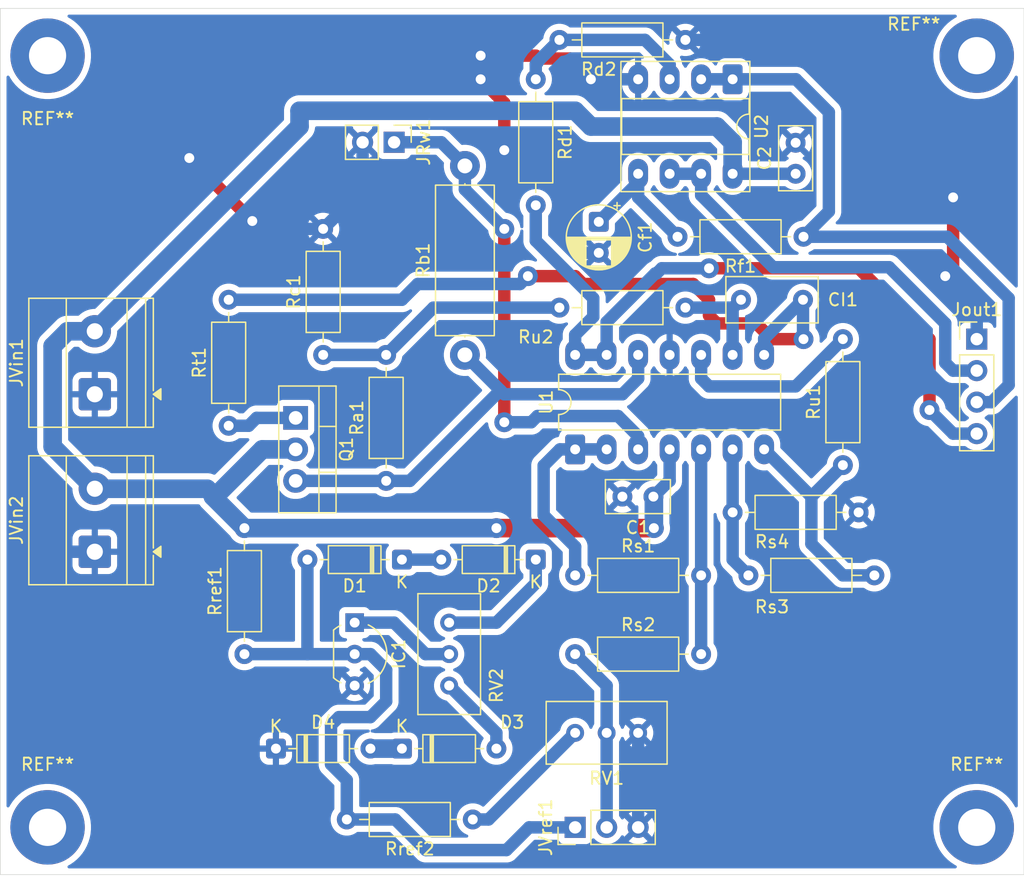
<source format=kicad_pcb>
(kicad_pcb (version 20241229) (generator "pcbnew") (generator_version "9.0")
  (layers (0 "F.Cu" signal) (2 "B.Cu" signal) (13 "F.Paste" user) (15 "B.Paste" user) (5 "F.SilkS" user "F.Silkscreen") (7 "B.SilkS" user "B.Silkscreen") (1 "F.Mask" user) (3 "B.Mask" user) (25 "Edge.Cuts" user))
  (net 0 "")
  (net 1 "/Vcc")
  (net 2 "GND")
  (net 3 "Net-(U2B-+)")
  (net 4 "Net-(CI1-Pad1)")
  (net 5 "Net-(U1C--)")
  (net 6 "/Vref")
  (net 7 "Net-(D1-K)")
  (net 8 "Net-(D2-K)")
  (net 9 "Net-(D3-K)")
  (net 10 "/Vf")
  (net 11 "/Vo")
  (net 12 "/Vdiv")
  (net 13 "Net-(JRw1-Pin_1)")
  (net 14 "/Voff")
  (net 15 "/Vout")
  (net 16 "Net-(Q1-B)")
  (net 17 "/Vneg")
  (net 18 "Net-(U2A-+)")
  (net 19 "Net-(RV1-Pad1)")
  (net 20 "Net-(U1A--)")
  (net 21 "Net-(U1B-+)")
  (net 22 "Net-(U1B--)")
  (net 23 "Net-(Rs3-Pad2)")
  (net 24 "Net-(U1C-+)")
  (net 25 "Net-(D3-A)")
  (net 26 "Net-(IC1-Pad1)")
  (footprint "Resistor_THT:R_Axial_DIN0207_L6.3mm_D2.5mm_P10.16mm_Horizontal" (layer "F.Cu") (at 45.085 53.34 90)
    (property "Reference" "Rc1" (at 5.08 -2.37 90) (layer "F.SilkS"))
    (property "Value" "1k")
    (pad "1" thru_hole circle (at 0 0 90) (size 1.6 1.6) (drill 0.8) (layers "*.Cu" "*.Mask") (net 17 "/Vneg"))
    (pad "2" thru_hole circle (at 10.16 0 90) (size 1.6 1.6) (drill 0.8) (layers "*.Cu" "*.Mask") (net 2 "GND"))
  )
  (footprint "Capacitor_THT:C_Rect_L7.2mm_W3.5mm_P5.00mm_FKS2_FKP2_MKS2_MKP2" (layer "F.Cu") (at 83.78 48.895 180)
    (property "Reference" "CI1" (at -3.215 0 0) (layer "F.SilkS"))
    (property "Value" "1n")
    (pad "1" thru_hole circle (at 0 0 180) (size 1.6 1.6) (drill 0.8) (layers "*.Cu" "*.Mask") (net 4 "Net-(CI1-Pad1)"))
    (pad "2" thru_hole circle (at 5 0 180) (size 1.6 1.6) (drill 0.8) (layers "*.Cu" "*.Mask") (net 5 "Net-(U1C--)"))
  )
  (footprint "Capacitor_THT:C_Disc_D5.0mm_W2.5mm_P2.50mm" (layer "F.Cu") (at 83.185 38.735 90)
    (property "Reference" "C2" (at 1.25 -2.5 90) (layer "F.SilkS"))
    (property "Value" "100n")
    (pad "1" thru_hole circle (at 0 0 90) (size 1.6 1.6) (drill 0.8) (layers "*.Cu" "*.Mask") (net 1 "/Vcc"))
    (pad "2" thru_hole circle (at 2.5 0 90) (size 1.6 1.6) (drill 0.8) (layers "*.Cu" "*.Mask") (net 2 "GND"))
  )
  (footprint "Diode_THT:D_DO-35_SOD27_P7.62mm_Horizontal" (layer "F.Cu") (at 51.435 69.85 180)
    (property "Reference" "D1" (at 3.81 -2.12 0) (layer "F.SilkS"))
    (property "Value" "1N4148")
    (fp_text user "K" (at 0 -1.8 0) (layer "F.SilkS"))
    (pad "1" thru_hole roundrect (at 0 0 180) (size 1.6 1.6) (drill 0.8) (layers "*.Cu" "*.Mask") (roundrect_rratio 0.15625) (net 7 "Net-(D1-K)"))
    (pad "2" thru_hole circle (at 7.62 0 180) (size 1.6 1.6) (drill 0.8) (layers "*.Cu" "*.Mask") (net 6 "/Vref"))
  )
  (footprint "Resistor_THT:R_Axial_DIN0207_L6.3mm_D2.5mm_P10.16mm_Horizontal" (layer "F.Cu") (at 74.295 49.53 180)
    (property "Reference" "Ru2" (at 12.065 -2.37 0) (layer "F.SilkS"))
    (property "Value" "1k")
    (pad "1" thru_hole circle (at 0 0 180) (size 1.6 1.6) (drill 0.8) (layers "*.Cu" "*.Mask") (net 5 "Net-(U1C--)"))
    (pad "2" thru_hole circle (at 10.16 0 180) (size 1.6 1.6) (drill 0.8) (layers "*.Cu" "*.Mask") (net 17 "/Vneg"))
  )
  (footprint "MountingHole:MountingHole_3mm_Pad" (layer "F.Cu") (at 22.86 29.21)
    (property "Reference" "REF**" (at 0 5.08 0) (layer "F.SilkS"))
    (property "Value" "MountingHole_3mm_Pad")
    (pad "1" thru_hole circle (at 0 0) (size 6 6) (drill 3) (layers "*.Cu" "*.Mask"))
  )
  (footprint "Capacitor_THT:CP_Radial_D5.0mm_P2.50mm" (layer "F.Cu") (at 67.31 42.609888 -90)
    (property "Reference" "Cf1" (at 1.25 -3.75 90) (layer "F.SilkS"))
    (property "Value" "10u")
    (pad "1" thru_hole roundrect (at 0 0 270) (size 1.6 1.6) (drill 0.8) (layers "*.Cu" "*.Mask") (roundrect_rratio 0.15625) (net 3 "Net-(U2B-+)"))
    (pad "2" thru_hole circle (at 2.5 0 270) (size 1.6 1.6) (drill 0.8) (layers "*.Cu" "*.Mask") (net 2 "GND"))
  )
  (footprint "Package_TO_SOT_THT:TO-92L_Inline_Wide" (layer "F.Cu") (at 47.625 74.93 -90)
    (property "Reference" "IC1" (at 2.54 -3.56 90) (layer "F.SilkS"))
    (property "Value" "LM336")
    (pad "1" thru_hole rect (at 0 0 270) (size 1.5 1.5) (drill 0.8) (layers "*.Cu" "*.Mask") (net 26 "Net-(IC1-Pad1)"))
    (pad "2" thru_hole circle (at 2.54 0 270) (size 1.5 1.5) (drill 0.8) (layers "*.Cu" "*.Mask") (net 6 "/Vref"))
    (pad "3" thru_hole circle (at 5.08 0 270) (size 1.5 1.5) (drill 0.8) (layers "*.Cu" "*.Mask") (net 2 "GND"))
  )
  (footprint "Package_DIP:DIP-8_W7.62mm_Socket_LongPads" (layer "F.Cu") (at 78.105 31.115 -90)
    (property "Reference" "U2" (at 3.81 -2.33 90) (layer "F.SilkS"))
    (property "Value" "LM358")
    (pad "1" thru_hole roundrect (at 0 0 270) (size 2.4 1.6) (drill 0.8) (layers "*.Cu" "*.Mask") (roundrect_rratio 0.15625) (net 12 "/Vdiv"))
    (pad "2" thru_hole oval (at 0 2.54 270) (size 2.4 1.6) (drill 0.8) (layers "*.Cu" "*.Mask") (net 12 "/Vdiv"))
    (pad "3" thru_hole oval (at 0 5.08 270) (size 2.4 1.6) (drill 0.8) (layers "*.Cu" "*.Mask") (net 18 "Net-(U2A-+)"))
    (pad "4" thru_hole oval (at 0 7.62 270) (size 2.4 1.6) (drill 0.8) (layers "*.Cu" "*.Mask") (net 2 "GND"))
    (pad "5" thru_hole oval (at 7.62 7.62 270) (size 2.4 1.6) (drill 0.8) (layers "*.Cu" "*.Mask") (net 3 "Net-(U2B-+)"))
    (pad "6" thru_hole oval (at 7.62 5.08 270) (size 2.4 1.6) (drill 0.8) (layers "*.Cu" "*.Mask") (net 10 "/Vf"))
    (pad "7" thru_hole oval (at 7.62 2.54 270) (size 2.4 1.6) (drill 0.8) (layers "*.Cu" "*.Mask") (net 10 "/Vf"))
    (pad "8" thru_hole oval (at 7.62 0 270) (size 2.4 1.6) (drill 0.8) (layers "*.Cu" "*.Mask") (net 1 "/Vcc"))
  )
  (footprint "Resistor_THT:R_Axial_DIN0207_L6.3mm_D2.5mm_P10.16mm_Horizontal" (layer "F.Cu") (at 83.82 43.815 180)
    (property "Reference" "Rf1" (at 5.08 -2.37 0) (layer "F.SilkS"))
    (property "Value" "15k")
    (pad "1" thru_hole circle (at 0 0 180) (size 1.6 1.6) (drill 0.8) (layers "*.Cu" "*.Mask") (net 12 "/Vdiv"))
    (pad "2" thru_hole circle (at 10.16 0 180) (size 1.6 1.6) (drill 0.8) (layers "*.Cu" "*.Mask") (net 3 "Net-(U2B-+)"))
  )
  (footprint "Potentiometer_THT:Potentiometer_Bourns_3296W_Vertical" (layer "F.Cu") (at 55.245 74.93 90)
    (property "Reference" "RV2" (at -5.08 3.81 90) (layer "F.SilkS"))
    (property "Value" "10k")
    (pad "1" thru_hole circle (at 0 0 90) (size 1.44 1.44) (drill 0.8) (layers "*.Cu" "*.Mask") (net 8 "Net-(D2-K)"))
    (pad "2" thru_hole circle (at -2.54 0 90) (size 1.44 1.44) (drill 0.8) (layers "*.Cu" "*.Mask") (net 26 "Net-(IC1-Pad1)"))
    (pad "3" thru_hole circle (at -5.08 0 90) (size 1.44 1.44) (drill 0.8) (layers "*.Cu" "*.Mask") (net 25 "Net-(D3-A)"))
  )
  (footprint "Package_TO_SOT_THT:TO-220-3_Vertical" (layer "F.Cu") (at 42.865 58.42 -90)
    (property "Reference" "Q1" (at 2.54 -4.1 90) (layer "F.SilkS"))
    (property "Value" "TIP120")
    (pad "1" thru_hole rect (at 0 0 270) (size 1.905 2) (drill 1.1) (layers "*.Cu" "*.Mask") (net 16 "Net-(Q1-B)"))
    (pad "2" thru_hole oval (at 2.54 0 270) (size 1.905 2) (drill 1.1) (layers "*.Cu" "*.Mask") (net 1 "/Vcc"))
    (pad "3" thru_hole oval (at 5.08 0 270) (size 1.905 2) (drill 1.1) (layers "*.Cu" "*.Mask") (net 15 "/Vout"))
  )
  (footprint "Package_DIP:DIP-14_W7.62mm_LongPads" (layer "F.Cu") (at 65.405 60.96 90)
    (property "Reference" "U1" (at 3.81 -2.33 90) (layer "F.SilkS"))
    (property "Value" "LM324")
    (pad "1" thru_hole roundrect (at 0 0 90) (size 2.4 1.6) (drill 0.8) (layers "*.Cu" "*.Mask") (roundrect_rratio 0.15625) (net 20 "Net-(U1A--)"))
    (pad "2" thru_hole oval (at 0 2.54 90) (size 2.4 1.6) (drill 0.8) (layers "*.Cu" "*.Mask") (net 20 "Net-(U1A--)"))
    (pad "3" thru_hole oval (at 0 5.08 90) (size 2.4 1.6) (drill 0.8) (layers "*.Cu" "*.Mask") (net 13 "Net-(JRw1-Pin_1)"))
    (pad "4" thru_hole oval (at 0 7.62 90) (size 2.4 1.6) (drill 0.8) (layers "*.Cu" "*.Mask") (net 1 "/Vcc"))
    (pad "5" thru_hole oval (at 0 10.16 90) (size 2.4 1.6) (drill 0.8) (layers "*.Cu" "*.Mask") (net 21 "Net-(U1B-+)"))
    (pad "6" thru_hole oval (at 0 12.7 90) (size 2.4 1.6) (drill 0.8) (layers "*.Cu" "*.Mask") (net 22 "Net-(U1B--)"))
    (pad "7" thru_hole oval (at 0 15.24 90) (size 2.4 1.6) (drill 0.8) (layers "*.Cu" "*.Mask") (net 23 "Net-(Rs3-Pad2)"))
    (pad "8" thru_hole oval (at 7.62 15.24 90) (size 2.4 1.6) (drill 0.8) (layers "*.Cu" "*.Mask") (net 4 "Net-(CI1-Pad1)"))
    (pad "9" thru_hole oval (at 7.62 12.7 90) (size 2.4 1.6) (drill 0.8) (layers "*.Cu" "*.Mask") (net 5 "Net-(U1C--)"))
    (pad "10" thru_hole oval (at 7.62 10.16 90) (size 2.4 1.6) (drill 0.8) (layers "*.Cu" "*.Mask") (net 24 "Net-(U1C-+)"))
    (pad "11" thru_hole oval (at 7.62 7.62 90) (size 2.4 1.6) (drill 0.8) (layers "*.Cu" "*.Mask") (net 2 "GND"))
    (pad "12" thru_hole oval (at 7.62 5.08 90) (size 2.4 1.6) (drill 0.8) (layers "*.Cu" "*.Mask") (net 15 "/Vout"))
    (pad "13" thru_hole oval (at 7.62 2.54 90) (size 2.4 1.6) (drill 0.8) (layers "*.Cu" "*.Mask") (net 11 "/Vo"))
    (pad "14" thru_hole oval (at 7.62 0 90) (size 2.4 1.6) (drill 0.8) (layers "*.Cu" "*.Mask") (net 11 "/Vo"))
  )
  (footprint "MountingHole:MountingHole_3mm_Pad" (layer "F.Cu") (at 97.79 29.21)
    (property "Reference" "REF**" (at -5.08 -2.54 0) (layer "F.SilkS"))
    (property "Value" "MountingHole_3mm_Pad")
    (pad "1" thru_hole circle (at 0 0) (size 6 6) (drill 3) (layers "*.Cu" "*.Mask"))
  )
  (footprint "Resistor_THT:R_Axial_DIN0207_L6.3mm_D2.5mm_P10.16mm_Horizontal" (layer "F.Cu") (at 79.375 71.12)
    (property "Reference" "Rs3" (at 1.905 2.54 0) (layer "F.SilkS"))
    (property "Value" "10k")
    (pad "1" thru_hole circle (at 0 0) (size 1.6 1.6) (drill 0.8) (layers "*.Cu" "*.Mask") (net 22 "Net-(U1B--)"))
    (pad "2" thru_hole circle (at 10.16 0) (size 1.6 1.6) (drill 0.8) (layers "*.Cu" "*.Mask") (net 23 "Net-(Rs3-Pad2)"))
  )
  (footprint "Diode_THT:D_DO-35_SOD27_P7.62mm_Horizontal" (layer "F.Cu") (at 41.275 85.09)
    (property "Reference" "D4" (at 3.81 -2.12 0) (layer "F.SilkS"))
    (property "Value" "1N4148")
    (fp_text user "K" (at 0 -1.8 0) (layer "F.SilkS"))
    (pad "1" thru_hole roundrect (at 0 0) (size 1.6 1.6) (drill 0.8) (layers "*.Cu" "*.Mask") (roundrect_rratio 0.15625) (net 2 "GND"))
    (pad "2" thru_hole circle (at 7.62 0) (size 1.6 1.6) (drill 0.8) (layers "*.Cu" "*.Mask") (net 9 "Net-(D3-K)"))
  )
  (footprint "Resistor_THT:R_Axial_DIN0207_L6.3mm_D2.5mm_P10.16mm_Horizontal" (layer "F.Cu") (at 57.15 90.805 180)
    (property "Reference" "Rref2" (at 5.08 -2.37 0) (layer "F.SilkS"))
    (property "Value" "10k")
    (pad "1" thru_hole circle (at 0 0 180) (size 1.6 1.6) (drill 0.8) (layers "*.Cu" "*.Mask") (net 19 "Net-(RV1-Pad1)"))
    (pad "2" thru_hole circle (at 10.16 0 180) (size 1.6 1.6) (drill 0.8) (layers "*.Cu" "*.Mask") (net 6 "/Vref"))
  )
  (footprint "MountingHole:MountingHole_3mm_Pad" (layer "F.Cu") (at 22.86 91.44)
    (property "Reference" "REF**" (at 0 -5.08 0) (layer "F.SilkS"))
    (property "Value" "MountingHole_3mm_Pad")
    (pad "1" thru_hole circle (at 0 0) (size 6 6) (drill 3) (layers "*.Cu" "*.Mask"))
  )
  (footprint "MountingHole:MountingHole_3mm_Pad" (layer "F.Cu") (at 97.79 91.44)
    (property "Reference" "REF**" (at 0 -5.08 0) (layer "F.SilkS"))
    (property "Value" "MountingHole_3mm_Pad")
    (pad "1" thru_hole circle (at 0 0) (size 6 6) (drill 3) (layers "*.Cu" "*.Mask"))
  )
  (footprint "Connector_PinHeader_2.54mm:PinHeader_1x04_P2.54mm_Vertical" (layer "F.Cu") (at 97.79 52.07)
    (property "Reference" "Jout1" (at 0 -2.38 0) (layer "F.SilkS"))
    (property "Value" "Conn_01x04")
    (pad "1" thru_hole rect (at 0 0) (size 1.7 1.7) (drill 1) (layers "*.Cu" "*.Mask") (net 2 "GND"))
    (pad "2" thru_hole circle (at 0 2.54) (size 1.7 1.7) (drill 1) (layers "*.Cu" "*.Mask") (net 10 "/Vf"))
    (pad "3" thru_hole circle (at 0 5.08) (size 1.7 1.7) (drill 1) (layers "*.Cu" "*.Mask") (net 12 "/Vdiv"))
    (pad "4" thru_hole circle (at 0 7.62) (size 1.7 1.7) (drill 1) (layers "*.Cu" "*.Mask") (net 11 "/Vo"))
  )
  (footprint "Resistor_THT:R_Axial_DIN0207_L6.3mm_D2.5mm_P10.16mm_Horizontal" (layer "F.Cu") (at 74.295 27.94 180)
    (property "Reference" "Rd2" (at 6.985 -2.37 0) (layer "F.SilkS"))
    (property "Value" "10k")
    (pad "1" thru_hole circle (at 0 0 180) (size 1.6 1.6) (drill 0.8) (layers "*.Cu" "*.Mask") (net 2 "GND"))
    (pad "2" thru_hole circle (at 10.16 0 180) (size 1.6 1.6) (drill 0.8) (layers "*.Cu" "*.Mask") (net 18 "Net-(U2A-+)"))
  )
  (footprint "Diode_THT:D_DO-35_SOD27_P7.62mm_Horizontal" (layer "F.Cu") (at 51.435 85.09)
    (property "Reference" "D3" (at 8.89 -2.12 0) (layer "F.SilkS"))
    (property "Value" "1N4148")
    (fp_text user "K" (at 0 -1.8 0) (layer "F.SilkS"))
    (pad "1" thru_hole roundrect (at 0 0) (size 1.6 1.6) (drill 0.8) (layers "*.Cu" "*.Mask") (roundrect_rratio 0.15625) (net 9 "Net-(D3-K)"))
    (pad "2" thru_hole circle (at 7.62 0) (size 1.6 1.6) (drill 0.8) (layers "*.Cu" "*.Mask") (net 25 "Net-(D3-A)"))
  )
  (footprint "Resistor_THT:R_Axial_DIN0207_L6.3mm_D2.5mm_P10.16mm_Horizontal" (layer "F.Cu") (at 88.265 66.04 180)
    (property "Reference" "Rs4" (at 6.985 -2.37 0) (layer "F.SilkS"))
    (property "Value" "10k")
    (pad "1" thru_hole circle (at 0 0 180) (size 1.6 1.6) (drill 0.8) (layers "*.Cu" "*.Mask") (net 2 "GND"))
    (pad "2" thru_hole circle (at 10.16 0 180) (size 1.6 1.6) (drill 0.8) (layers "*.Cu" "*.Mask") (net 22 "Net-(U1B--)"))
  )
  (footprint "Resistor_THT:R_Axial_DIN0207_L6.3mm_D2.5mm_P10.16mm_Horizontal" (layer "F.Cu") (at 86.995 62.23 90)
    (property "Reference" "Ru1" (at 5.08 -2.37 90) (layer "F.SilkS"))
    (property "Value" "1k")
    (pad "1" thru_hole circle (at 0 0 90) (size 1.6 1.6) (drill 0.8) (layers "*.Cu" "*.Mask") (net 23 "Net-(Rs3-Pad2)"))
    (pad "2" thru_hole circle (at 10.16 0 90) (size 1.6 1.6) (drill 0.8) (layers "*.Cu" "*.Mask") (net 24 "Net-(U1C-+)"))
  )
  (footprint "TerminalBlock_Phoenix:TerminalBlock_Phoenix_MKDS-1,5-2-5.08_1x02_P5.08mm_Horizontal" (layer "F.Cu") (at 26.67 56.515 90)
    (property "Reference" "JVin1" (at 2.54 -6.32 90) (layer "F.SilkS"))
    (property "Value" "Conn_01x02")
    (pad "1" thru_hole roundrect (at 0 0 90) (size 2.6 2.6) (drill 1.3) (layers "*.Cu" "*.Mask") (roundrect_rratio 0.096154) (net 2 "GND"))
    (pad "2" thru_hole circle (at 5.08 0 90) (size 2.6 2.6) (drill 1.3) (layers "*.Cu" "*.Mask") (net 1 "/Vcc"))
  )
  (footprint "Resistor_THT:R_Axial_DIN0414_L11.9mm_D4.5mm_P15.24mm_Horizontal" (layer "F.Cu") (at 56.515 53.34 90)
    (property "Reference" "Rb1" (at 7.62 -3.37 90) (layer "F.SilkS"))
    (property "Value" "100")
    (pad "1" thru_hole circle (at 0 0 90) (size 2.4 2.4) (drill 1.2) (layers "*.Cu" "*.Mask") (net 15 "/Vout"))
    (pad "2" thru_hole circle (at 15.24 0 90) (size 2.4 2.4) (drill 1.2) (layers "*.Cu" "*.Mask") (net 13 "Net-(JRw1-Pin_1)"))
  )
  (footprint "TerminalBlock_Phoenix:TerminalBlock_Phoenix_MKDS-1,5-2-5.08_1x02_P5.08mm_Horizontal" (layer "F.Cu") (at 26.67 69.215 90)
    (property "Reference" "JVin2" (at 2.54 -6.32 90) (layer "F.SilkS"))
    (property "Value" "Conn_01x02")
    (pad "1" thru_hole roundrect (at 0 0 90) (size 2.6 2.6) (drill 1.3) (layers "*.Cu" "*.Mask") (roundrect_rratio 0.096154) (net 2 "GND"))
    (pad "2" thru_hole circle (at 5.08 0 90) (size 2.6 2.6) (drill 1.3) (layers "*.Cu" "*.Mask") (net 1 "/Vcc"))
  )
  (footprint "Resistor_THT:R_Axial_DIN0207_L6.3mm_D2.5mm_P10.16mm_Horizontal" (layer "F.Cu") (at 50.165 63.5 90)
    (property "Reference" "Ra1" (at 5.08 -2.37 90) (layer "F.SilkS"))
    (property "Value" "1k")
    (pad "1" thru_hole circle (at 0 0 90) (size 1.6 1.6) (drill 0.8) (layers "*.Cu" "*.Mask") (net 15 "/Vout"))
    (pad "2" thru_hole circle (at 10.16 0 90) (size 1.6 1.6) (drill 0.8) (layers "*.Cu" "*.Mask") (net 17 "/Vneg"))
  )
  (footprint "Diode_THT:D_DO-35_SOD27_P7.62mm_Horizontal" (layer "F.Cu") (at 62.23 69.85 180)
    (property "Reference" "D2" (at 3.81 -2.12 0) (layer "F.SilkS"))
    (property "Value" "1N4148")
    (fp_text user "K" (at 0 -1.8 0) (layer "F.SilkS"))
    (pad "1" thru_hole roundrect (at 0 0 180) (size 1.6 1.6) (drill 0.8) (layers "*.Cu" "*.Mask") (roundrect_rratio 0.15625) (net 8 "Net-(D2-K)"))
    (pad "2" thru_hole circle (at 7.62 0 180) (size 1.6 1.6) (drill 0.8) (layers "*.Cu" "*.Mask") (net 7 "Net-(D1-K)"))
  )
  (footprint "Capacitor_THT:C_Disc_D5.0mm_W2.5mm_P2.50mm" (layer "F.Cu") (at 71.715 64.77 180)
    (property "Reference" "C1" (at 1.25 -2.5 0) (layer "F.SilkS"))
    (property "Value" "100n")
    (pad "1" thru_hole circle (at 0 0 180) (size 1.6 1.6) (drill 0.8) (layers "*.Cu" "*.Mask") (net 1 "/Vcc"))
    (pad "2" thru_hole circle (at 2.5 0 180) (size 1.6 1.6) (drill 0.8) (layers "*.Cu" "*.Mask") (net 2 "GND"))
  )
  (footprint "Resistor_THT:R_Axial_DIN0207_L6.3mm_D2.5mm_P10.16mm_Horizontal" (layer "F.Cu") (at 62.23 31.115 -90)
    (property "Reference" "Rd1" (at 5.08 -2.37 90) (layer "F.SilkS"))
    (property "Value" "20k")
    (pad "1" thru_hole circle (at 0 0 270) (size 1.6 1.6) (drill 0.8) (layers "*.Cu" "*.Mask") (net 18 "Net-(U2A-+)"))
    (pad "2" thru_hole circle (at 10.16 0 270) (size 1.6 1.6) (drill 0.8) (layers "*.Cu" "*.Mask") (net 11 "/Vo"))
  )
  (footprint "Resistor_THT:R_Axial_DIN0207_L6.3mm_D2.5mm_P10.16mm_Horizontal" (layer "F.Cu") (at 65.405 71.12)
    (property "Reference" "Rs1" (at 5.08 -2.37 0) (layer "F.SilkS"))
    (property "Value" "10k")
    (pad "1" thru_hole circle (at 0 0) (size 1.6 1.6) (drill 0.8) (layers "*.Cu" "*.Mask") (net 20 "Net-(U1A--)"))
    (pad "2" thru_hole circle (at 10.16 0) (size 1.6 1.6) (drill 0.8) (layers "*.Cu" "*.Mask") (net 21 "Net-(U1B-+)"))
  )
  (footprint "Resistor_THT:R_Axial_DIN0207_L6.3mm_D2.5mm_P10.16mm_Horizontal" (layer "F.Cu") (at 65.405 77.47)
    (property "Reference" "Rs2" (at 5.08 -2.37 0) (layer "F.SilkS"))
    (property "Value" "10k")
    (pad "1" thru_hole circle (at 0 0) (size 1.6 1.6) (drill 0.8) (layers "*.Cu" "*.Mask") (net 14 "/Voff"))
    (pad "2" thru_hole circle (at 10.16 0) (size 1.6 1.6) (drill 0.8) (layers "*.Cu" "*.Mask") (net 21 "Net-(U1B-+)"))
  )
  (footprint "Connector_PinHeader_2.54mm:PinHeader_1x03_P2.54mm_Vertical" (layer "F.Cu") (at 65.405 91.44 90)
    (property "Reference" "JVref1" (at 0 -2.38 90) (layer "F.SilkS"))
    (property "Value" "Conn_01x03")
    (pad "1" thru_hole rect (at 0 0 90) (size 1.7 1.7) (drill 1) (layers "*.Cu" "*.Mask") (net 6 "/Vref"))
    (pad "2" thru_hole circle (at 0 2.54 90) (size 1.7 1.7) (drill 1) (layers "*.Cu" "*.Mask") (net 14 "/Voff"))
    (pad "3" thru_hole circle (at 0 5.08 90) (size 1.7 1.7) (drill 1) (layers "*.Cu" "*.Mask") (net 2 "GND"))
  )
  (footprint "Potentiometer_THT:Potentiometer_Bourns_3296W_Vertical" (layer "F.Cu") (at 65.405 83.82 180)
    (property "Reference" "RV1" (at -2.54 -3.66 0) (layer "F.SilkS"))
    (property "Value" "1k")
    (pad "1" thru_hole circle (at 0 0 180) (size 1.44 1.44) (drill 0.8) (layers "*.Cu" "*.Mask") (net 19 "Net-(RV1-Pad1)"))
    (pad "2" thru_hole circle (at -2.54 0 180) (size 1.44 1.44) (drill 0.8) (layers "*.Cu" "*.Mask") (net 14 "/Voff"))
    (pad "3" thru_hole circle (at -5.08 0 180) (size 1.44 1.44) (drill 0.8) (layers "*.Cu" "*.Mask") (net 2 "GND"))
  )
  (footprint "Connector_PinHeader_2.54mm:PinHeader_1x02_P2.54mm_Vertical" (layer "F.Cu") (at 50.805 36.195 -90)
    (property "Reference" "JRw1" (at 0 -2.38 90) (layer "F.SilkS"))
    (property "Value" "Conn_01x02")
    (pad "1" thru_hole rect (at 0 0 270) (size 1.7 1.7) (drill 1) (layers "*.Cu" "*.Mask") (net 13 "Net-(JRw1-Pin_1)"))
    (pad "2" thru_hole circle (at 0 2.54 270) (size 1.7 1.7) (drill 1) (layers "*.Cu" "*.Mask") (net 2 "GND"))
  )
  (footprint "Resistor_THT:R_Axial_DIN0207_L6.3mm_D2.5mm_P10.16mm_Horizontal" (layer "F.Cu") (at 37.465 59.055 90)
    (property "Reference" "Rt1" (at 5.08 -2.37 90) (layer "F.SilkS"))
    (property "Value" "1k")
    (pad "1" thru_hole circle (at 0 0 90) (size 1.6 1.6) (drill 0.8) (layers "*.Cu" "*.Mask") (net 16 "Net-(Q1-B)"))
    (pad "2" thru_hole circle (at 10.16 0 90) (size 1.6 1.6) (drill 0.8) (layers "*.Cu" "*.Mask") (net 4 "Net-(CI1-Pad1)"))
  )
  (footprint "Resistor_THT:R_Axial_DIN0207_L6.3mm_D2.5mm_P10.16mm_Horizontal" (layer "F.Cu") (at 38.735 77.47 90)
    (property "Reference" "Rref1" (at 5.08 -2.37 90) (layer "F.SilkS"))
    (property "Value" "3.9k")
    (pad "1" thru_hole circle (at 0 0 90) (size 1.6 1.6) (drill 0.8) (layers "*.Cu" "*.Mask") (net 6 "/Vref"))
    (pad "2" thru_hole circle (at 10.16 0 90) (size 1.6 1.6) (drill 0.8) (layers "*.Cu" "*.Mask") (net 1 "/Vcc"))
  )
  (gr_rect (start 19.05 25.4) (end 101.6 95.25) (stroke (width 0.05)) (fill no) (layer "Edge.Cuts"))
  (segment (start 59.055 67.31) (end 71.755 67.31) (width 1.5) (layer "F.Cu") (net 1))
  (via (at 71.755 67.31) (size 1.6) (drill 0.8) (layers "F.Cu" "B.Cu") (net 1))
  (via (at 59.055 67.31) (size 1.6) (drill 0.8) (layers "F.Cu" "B.Cu") (net 1))
  (segment (start 40.175 60.96) (end 42.865 60.96) (width 1.5) (layer "B.Cu") (net 1))
  (segment (start 71.715 64.77) (end 72.985 63.5) (width 1) (layer "B.Cu") (net 1))
  (segment (start 36.195 64.77) (end 36.365 64.77) (width 1.5) (layer "B.Cu") (net 1))
  (segment (start 36.195 64.77) (end 38.735 67.31) (width 1.5) (layer "B.Cu") (net 1))
  (segment (start 26.67 64.135) (end 23.27 60.735) (width 1.5) (layer "B.Cu") (net 1))
  (segment (start 71.755 67.31) (end 71.755 64.81) (width 1.5) (layer "B.Cu") (net 1))
  (segment (start 38.735 67.31) (end 59.055 67.31) (width 1.5) (layer "B.Cu") (net 1))
  (segment (start 36.365 64.77) (end 40.175 60.96) (width 1.5) (layer "B.Cu") (net 1))
  (segment (start 24.47 51.435) (end 26.67 51.435) (width 1.5) (layer "B.Cu") (net 1))
  (segment (start 72.985 63.5) (end 73.025 63.5) (width 1) (layer "B.Cu") (net 1))
  (segment (start 73.025 63.5) (end 73.025 60.96) (width 1) (layer "B.Cu") (net 1))
  (segment (start 23.27 60.735) (end 23.27 52.635) (width 1.5) (layer "B.Cu") (net 1))
  (segment (start 78.105 36.195) (end 78.105 38.735) (width 1.5) (layer "B.Cu") (net 1))
  (segment (start 23.27 52.635) (end 24.47 51.435) (width 1.5) (layer "B.Cu") (net 1))
  (segment (start 43.18 33.655) (end 43.18 34.925) (width 1.5) (layer "B.Cu") (net 1))
  (segment (start 76.835 34.925) (end 78.105 36.195) (width 1.5) (layer "B.Cu") (net 1))
  (segment (start 65.405 33.655) (end 66.675 34.925) (width 1.5) (layer "B.Cu") (net 1))
  (segment (start 43.18 33.655) (end 65.405 33.655) (width 1.5) (layer "B.Cu") (net 1))
  (segment (start 66.675 34.925) (end 76.835 34.925) (width 1.5) (layer "B.Cu") (net 1))
  (segment (start 35.73 64.135) (end 36.365 64.77) (width 1.5) (layer "B.Cu") (net 1))
  (segment (start 43.18 34.925) (end 26.67 51.435) (width 1.5) (layer "B.Cu") (net 1))
  (segment (start 78.105 38.735) (end 83.185 38.735) (width 1) (layer "B.Cu") (net 1))
  (segment (start 26.67 64.135) (end 35.73 64.135) (width 1.5) (layer "B.Cu") (net 1))
  (segment (start 71.755 64.81) (end 71.715 64.77) (width 1.5) (layer "B.Cu") (net 1))
  (segment (start 95.885 40.64) (end 95.885 46.355) (width 1) (layer "F.Cu") (net 2))
  (segment (start 62.23 29.21) (end 62.461 29.441) (width 1) (layer "F.Cu") (net 2))
  (segment (start 39.37 42.545) (end 34.29 37.465) (width 1) (layer "F.Cu") (net 2))
  (segment (start 59.69 36.83) (end 59.69 33.02) (width 1) (layer "F.Cu") (net 2))
  (segment (start 59.69 33.02) (end 57.785 31.115) (width 1) (layer "F.Cu") (net 2))
  (segment (start 95.885 46.355) (end 95.25 46.99) (width 1) (layer "F.Cu") (net 2))
  (segment (start 62.461 29.441) (end 65.001 29.441) (width 1) (layer "F.Cu") (net 2))
  (segment (start 65.001 29.441) (end 66.675 31.115) (width 1) (layer "F.Cu") (net 2))
  (segment (start 57.785 29.21) (end 62.23 29.21) (width 1) (layer "F.Cu") (net 2))
  (via (at 95.25 46.99) (size 1.6) (drill 0.8) (layers "F.Cu" "B.Cu") (net 2))
  (via (at 34.29 37.465) (size 1.6) (drill 0.8) (layers "F.Cu" "B.Cu") (net 2))
  (via (at 59.69 36.83) (size 1.6) (drill 0.8) (layers "F.Cu" "B.Cu") (net 2))
  (via (at 39.37 42.545) (size 1.6) (drill 0.8) (layers "F.Cu" "B.Cu") (net 2))
  (via (at 66.675 31.115) (size 1.6) (drill 0.8) (layers "F.Cu" "B.Cu") (net 2))
  (via (at 57.785 31.115) (size 1.6) (drill 0.8) (layers "F.Cu" "B.Cu") (net 2))
  (via (at 57.785 29.21) (size 1.6) (drill 0.8) (layers "F.Cu" "B.Cu") (net 2))
  (via (at 95.885 40.64) (size 1.6) (drill 0.8) (layers "F.Cu" "B.Cu") (net 2))
  (segment (start 20.051 67.31) (end 20.051 48.26) (width 1) (layer "B.Cu") (net 2))
  (segment (start 48.265 40) (end 45.085 43.18) (width 1) (layer "B.Cu") (net 2))
  (segment (start 63.5 37.465) (end 60.325 37.465) (width 1) (layer "B.Cu") (net 2))
  (segment (start 26.67 69.215) (end 21.956 69.215) (width 1) (layer "B.Cu") (net 2))
  (segment (start 67.31 45.109888) (end 66.064888 45.109888) (width 1) (layer "B.Cu") (net 2))
  (segment (start 86.36 27.94) (end 95.885 37.465) (width 1) (layer "B.Cu") (net 2))
  (segment (start 30.846 37.465) (end 34.29 37.465) (width 1) (layer "B.Cu") (net 2))
  (segment (start 64.77 38.735) (end 63.5 37.465) (width 1) (layer "B.Cu") (net 2))
  (segment (start 21.956 69.215) (end 20.051 67.31) (width 1) (layer "B.Cu") (net 2))
  (segment (start 40.005 43.18) (end 39.37 42.545) (width 1) (layer "B.Cu") (net 2))
  (segment (start 95.25 46.99) (end 97.79 49.53) (width 1) (layer "B.Cu") (net 2))
  (segment (start 70.485 91.44) (end 70.485 83.82) (width 1) (layer "B.Cu") (net 2))
  (segment (start 20.051 48.26) (end 30.846 37.465) (width 1) (layer "B.Cu") (net 2))
  (segment (start 95.885 37.465) (end 95.885 40.64) (width 1) (layer "B.Cu") (net 2))
  (segment (start 64.77 43.815) (end 64.77 38.735) (width 1) (layer "B.Cu") (net 2))
  (segment (start 57.785 31.115) (end 57.785 29.21) (width 1) (layer "B.Cu") (net 2))
  (segment (start 48.265 36.195) (end 48.265 40) (width 1) (layer "B.Cu") (net 2))
  (segment (start 45.085 43.18) (end 40.005 43.18) (width 1) (layer "B.Cu") (net 2))
  (segment (start 66.064888 45.109888) (end 64.77 43.815) (width 1) (layer "B.Cu") (net 2))
  (segment (start 60.325 37.465) (end 59.69 36.83) (width 1) (layer "B.Cu") (net 2))
  (segment (start 66.675 31.115) (end 70.485 31.115) (width 1) (layer "B.Cu") (net 2))
  (segment (start 97.79 49.53) (end 97.79 52.07) (width 1) (layer "B.Cu") (net 2))
  (segment (start 74.295 27.94) (end 86.36 27.94) (width 1) (layer "B.Cu") (net 2))
  (segment (start 70.485 40.64) (end 73.66 43.815) (width 1) (layer "B.Cu") (net 3))
  (segment (start 70.485 38.735) (end 70.485 39.434888) (width 1) (layer "B.Cu") (net 3))
  (segment (start 70.485 38.735) (end 70.485 40.64) (width 1) (layer "B.Cu") (net 3))
  (segment (start 70.485 39.434888) (end 67.31 42.609888) (width 1) (layer "B.Cu") (net 3))
  (segment (start 74.93 47.625) (end 76.2 48.895) (width 1) (layer "F.Cu") (net 4))
  (segment (start 80.01 50.8) (end 81.28 52.07) (width 1) (layer "F.Cu") (net 4))
  (segment (start 76.2 48.895) (end 76.2 50.165) (width 1) (layer "F.Cu") (net 4))
  (segment (start 76.835 50.8) (end 80.01 50.8) (width 1) (layer "F.Cu") (net 4))
  (segment (start 61.595 46.99) (end 65.405 46.99) (width 1) (layer "F.Cu") (net 4))
  (segment (start 65.405 46.99) (end 66.04 47.625) (width 1) (layer "F.Cu") (net 4))
  (segment (start 66.04 47.625) (end 74.93 47.625) (width 1) (layer "F.Cu") (net 4))
  (segment (start 76.2 50.165) (end 76.835 50.8) (width 1) (layer "F.Cu") (net 4))
  (segment (start 81.28 52.07) (end 83.82 52.07) (width 1) (layer "F.Cu") (net 4))
  (via (at 61.595 46.99) (size 1.6) (drill 0.8) (layers "F.Cu" "B.Cu") (net 4))
  (via (at 83.82 52.07) (size 1.6) (drill 0.8) (layers "F.Cu" "B.Cu") (net 4))
  (segment (start 37.465 48.895) (end 51.435 48.895) (width 1) (layer "B.Cu") (net 4))
  (segment (start 51.435 48.895) (end 52.705 47.625) (width 1) (layer "B.Cu") (net 4))
  (segment (start 52.705 47.625) (end 60.96 47.625) (width 1) (layer "B.Cu") (net 4))
  (segment (start 80.645 52.03) (end 83.78 48.895) (width 1) (layer "B.Cu") (net 4))
  (segment (start 83.78 52.03) (end 83.82 52.07) (width 1) (layer "B.Cu") (net 4))
  (segment (start 83.78 48.895) (end 83.78 52.03) (width 1) (layer "B.Cu") (net 4))
  (segment (start 80.645 53.34) (end 80.645 52.03) (width 1) (layer "B.Cu") (net 4))
  (segment (start 60.96 47.625) (end 61.595 46.99) (width 1) (layer "B.Cu") (net 4))
  (segment (start 78.105 49.57) (end 78.78 48.895) (width 1) (layer "B.Cu") (net 5))
  (segment (start 74.295 49.53) (end 78.145 49.53) (width 1) (layer "B.Cu") (net 5))
  (segment (start 78.145 49.53) (end 78.78 48.895) (width 1) (layer "B.Cu") (net 5))
  (segment (start 78.105 53.34) (end 78.105 49.57) (width 1) (layer "B.Cu") (net 5))
  (segment (start 46.99 87.63) (end 45.72 86.36) (width 1) (layer "B.Cu") (net 6))
  (segment (start 46.99 90.805) (end 46.99 87.63) (width 1) (layer "B.Cu") (net 6))
  (segment (start 53.365 93.27) (end 59.865 93.27) (width 1) (layer "B.Cu") (net 6))
  (segment (start 61.695 91.44) (end 65.405 91.44) (width 1) (layer "B.Cu") (net 6))
  (segment (start 38.735 77.47) (end 43.815 77.47) (width 1) (layer "B.Cu") (net 6))
  (segment (start 45.72 83.185) (end 46.355 82.55) (width 1) (layer "B.Cu") (net 6))
  (segment (start 48.895 82.55) (end 50.165 81.28) (width 1) (layer "B.Cu") (net 6))
  (segment (start 46.99 90.805) (end 50.9 90.805) (width 1) (layer "B.Cu") (net 6))
  (segment (start 48.895 77.47) (end 47.625 77.47) (width 1) (layer "B.Cu") (net 6))
  (segment (start 50.165 78.74) (end 48.895 77.47) (width 1) (layer "B.Cu") (net 6))
  (segment (start 50.9 90.805) (end 53.365 93.27) (width 1) (layer "B.Cu") (net 6))
  (segment (start 43.815 69.85) (end 43.815 77.47) (width 1) (layer "B.Cu") (net 6))
  (segment (start 45.72 86.36) (end 45.72 83.185) (width 1) (layer "B.Cu") (net 6))
  (segment (start 43.815 77.47) (end 47.625 77.47) (width 1) (layer "B.Cu") (net 6))
  (segment (start 50.165 81.28) (end 50.165 78.74) (width 1) (layer "B.Cu") (net 6))
  (segment (start 46.355 82.55) (end 48.895 82.55) (width 1) (layer "B.Cu") (net 6))
  (segment (start 59.865 93.27) (end 61.695 91.44) (width 1) (layer "B.Cu") (net 6))
  (segment (start 51.435 69.85) (end 54.61 69.85) (width 1) (layer "B.Cu") (net 7))
  (segment (start 62.23 71.755) (end 62.23 69.85) (width 1) (layer "B.Cu") (net 8))
  (segment (start 55.245 74.93) (end 59.055 74.93) (width 1) (layer "B.Cu") (net 8))
  (segment (start 59.055 74.93) (end 62.23 71.755) (width 1) (layer "B.Cu") (net 8))
  (segment (start 48.895 85.09) (end 51.435 85.09) (width 1.5) (layer "B.Cu") (net 9))
  (segment (start 75.565 38.735) (end 75.565 40.47) (width 1) (layer "B.Cu") (net 10))
  (segment (start 95.25 50.8) (end 95.25 53.975) (width 1) (layer "B.Cu") (net 10))
  (segment (start 95.25 53.975) (end 95.885 54.61) (width 1) (layer "B.Cu") (net 10))
  (segment (start 73.025 38.735) (end 75.565 38.735) (width 1) (layer "B.Cu") (net 10))
  (segment (start 90.72 46.27) (end 95.25 50.8) (width 1) (layer "B.Cu") (net 10))
  (segment (start 81.365 46.27) (end 90.72 46.27) (width 1) (layer "B.Cu") (net 10))
  (segment (start 75.565 40.47) (end 81.365 46.27) (width 1) (layer "B.Cu") (net 10))
  (segment (start 95.885 54.61) (end 97.79 54.61) (width 1) (layer "B.Cu") (net 10))
  (segment (start 88.265 46.355) (end 93.98 52.07) (width 1) (layer "F.Cu") (net 11))
  (segment (start 76.2 46.355) (end 88.265 46.355) (width 1) (layer "F.Cu") (net 11))
  (segment (start 93.98 52.07) (end 93.98 57.785) (width 1) (layer "F.Cu") (net 11))
  (via (at 93.98 57.785) (size 1.6) (drill 0.8) (layers "F.Cu" "B.Cu") (net 11))
  (via (at 76.2 46.355) (size 1.6) (drill 0.8) (layers "F.Cu" "B.Cu") (net 11))
  (segment (start 65.405 51.73) (end 66.865 50.27) (width 1) (layer "B.Cu") (net 11))
  (segment (start 66.865 48.77) (end 62.23 44.135) (width 1) (layer "B.Cu") (net 11))
  (segment (start 62.23 44.135) (end 62.23 41.275) (width 1) (layer "B.Cu") (net 11))
  (segment (start 71.975 46.77) (end 72.39 46.355) (width 1) (layer "B.Cu") (net 11))
  (segment (start 71.865 46.77) (end 71.975 46.77) (width 1) (layer "B.Cu") (net 11))
  (segment (start 72.39 46.355) (end 76.2 46.355) (width 1) (layer "B.Cu") (net 11))
  (segment (start 67.945 50.69) (end 71.865 46.77) (width 1) (layer "B.Cu") (net 11))
  (segment (start 67.945 53.34) (end 67.945 50.69) (width 1) (layer "B.Cu") (net 11))
  (segment (start 65.405 53.34) (end 65.405 51.73) (width 1) (layer "B.Cu") (net 11))
  (segment (start 93.98 57.785) (end 95.885 59.69) (width 1) (layer "B.Cu") (net 11))
  (segment (start 65.405 53.34) (end 67.945 53.34) (width 1) (layer "B.Cu") (net 11))
  (segment (start 66.865 50.27) (end 66.865 48.77) (width 1) (layer "B.Cu") (net 11))
  (segment (start 95.885 59.69) (end 97.79 59.69) (width 1) (layer "B.Cu") (net 11))
  (segment (start 83.82 43.815) (end 85.865 41.77) (width 1) (layer "B.Cu") (net 12))
  (segment (start 85.865 33.77) (end 83.21 31.115) (width 1) (layer "B.Cu") (net 12))
  (segment (start 85.865 41.77) (end 85.865 33.77) (width 1) (layer "B.Cu") (net 12))
  (segment (start 83.82 43.815) (end 95.41 43.815) (width 1) (layer "B.Cu") (net 12))
  (segment (start 83.21 31.115) (end 78.105 31.115) (width 1) (layer "B.Cu") (net 12))
  (segment (start 98.985 57.15) (end 97.79 57.15) (width 1) (layer "B.Cu") (net 12))
  (segment (start 100.365 48.77) (end 100.365 55.77) (width 1) (layer "B.Cu") (net 12))
  (segment (start 95.41 43.815) (end 100.365 48.77) (width 1) (layer "B.Cu") (net 12))
  (segment (start 75.565 31.115) (end 78.105 31.115) (width 1) (layer "B.Cu") (net 12))
  (segment (start 100.365 55.77) (end 98.985 57.15) (width 1) (layer "B.Cu") (net 12))
  (segment (start 59.69 58.77) (end 59.69 43.18) (width 1) (layer "F.Cu") (net 13))
  (via (at 59.69 43.18) (size 1.6) (drill 0.8) (layers "F.Cu" "B.Cu") (net 13))
  (via (at 59.69 58.77) (size 1.6) (drill 0.8) (layers "F.Cu" "B.Cu") (net 13))
  (segment (start 68.865 58.27) (end 62.365 58.27) (width 1) (layer "B.Cu") (net 13))
  (segment (start 70.485 60.96) (end 70.485 59.89) (width 1) (layer "B.Cu") (net 13))
  (segment (start 54.61 36.195) (end 56.515 38.1) (width 1) (layer "B.Cu") (net 13))
  (segment (start 70.485 59.89) (end 68.865 58.27) (width 1) (layer "B.Cu") (net 13))
  (segment (start 56.515 40.005) (end 56.515 38.1) (width 1) (layer "B.Cu") (net 13))
  (segment (start 59.69 43.18) (end 56.515 40.005) (width 1) (layer "B.Cu") (net 13))
  (segment (start 61.865 58.77) (end 59.69 58.77) (width 1) (layer "B.Cu") (net 13))
  (segment (start 50.805 36.195) (end 54.61 36.195) (width 1) (layer "B.Cu") (net 13))
  (segment (start 62.365 58.27) (end 61.865 58.77) (width 1) (layer "B.Cu") (net 13))
  (segment (start 67.945 83.82) (end 67.945 80.01) (width 1) (layer "B.Cu") (net 14))
  (segment (start 67.945 91.44) (end 67.945 83.82) (width 1) (layer "B.Cu") (net 14))
  (segment (start 67.945 80.01) (end 65.405 77.47) (width 1) (layer "B.Cu") (net 14))
  (segment (start 50.165 63.5) (end 52.07 63.5) (width 1) (layer "B.Cu") (net 15))
  (segment (start 42.865 63.5) (end 50.165 63.5) (width 1) (layer "B.Cu") (net 15))
  (segment (start 59.3725 56.1975) (end 59.69 56.515) (width 1) (layer "B.Cu") (net 15))
  (segment (start 69.215 56.515) (end 70.485 55.245) (width 1) (layer "B.Cu") (net 15))
  (segment (start 59.69 56.515) (end 69.215 56.515) (width 1) (layer "B.Cu") (net 15))
  (segment (start 52.07 63.5) (end 59.3725 56.1975) (width 1) (layer "B.Cu") (net 15))
  (segment (start 56.515 53.34) (end 59.3725 56.1975) (width 1) (layer "B.Cu") (net 15))
  (segment (start 70.485 55.245) (end 70.485 53.34) (width 1) (layer "B.Cu") (net 15))
  (segment (start 39.715 58.42) (end 42.865 58.42) (width 1) (layer "B.Cu") (net 16))
  (segment (start 39.08 59.055) (end 39.715 58.42) (width 1) (layer "B.Cu") (net 16))
  (segment (start 37.465 59.055) (end 39.08 59.055) (width 1) (layer "B.Cu") (net 16))
  (segment (start 45.085 53.34) (end 50.165 53.34) (width 1) (layer "B.Cu") (net 17))
  (segment (start 53.975 49.53) (end 64.135 49.53) (width 1) (layer "B.Cu") (net 17))
  (segment (start 50.165 53.34) (end 53.975 49.53) (width 1) (layer "B.Cu") (net 17))
  (segment (start 73.025 31.115) (end 73.025 29.93) (width 1) (layer "B.Cu") (net 18))
  (segment (start 71.035 27.94) (end 64.135 27.94) (width 1) (layer "B.Cu") (net 18))
  (segment (start 73.025 29.93) (end 71.035 27.94) (width 1) (layer "B.Cu") (net 18))
  (segment (start 64.135 27.94) (end 62.365 29.71) (width 1) (layer "B.Cu") (net 18))
  (segment (start 62.365 29.71) (end 62.365 29.77) (width 1) (layer "B.Cu") (net 18))
  (segment (start 62.23 29.905) (end 62.23 31.115) (width 1) (layer "B.Cu") (net 18))
  (segment (start 62.365 29.77) (end 62.23 29.905) (width 1) (layer "B.Cu") (net 18))
  (segment (start 58.42 90.805) (end 65.405 83.82) (width 1) (layer "B.Cu") (net 19))
  (segment (start 57.15 90.805) (end 58.42 90.805) (width 1) (layer "B.Cu") (net 19))
  (segment (start 64.175 60.96) (end 62.865 62.27) (width 1) (layer "B.Cu") (net 20))
  (segment (start 62.865 66.27) (end 65.405 68.81) (width 1) (layer "B.Cu") (net 20))
  (segment (start 65.405 60.96) (end 67.945 60.96) (width 1) (layer "B.Cu") (net 20))
  (segment (start 65.405 68.81) (end 65.405 71.12) (width 1) (layer "B.Cu") (net 20))
  (segment (start 62.865 62.27) (end 62.865 66.27) (width 1) (layer "B.Cu") (net 20))
  (segment (start 65.405 60.96) (end 64.175 60.96) (width 1) (layer "B.Cu") (net 20))
  (segment (start 75.565 71.12) (end 75.565 60.96) (width 1) (layer "B.Cu") (net 21))
  (segment (start 75.565 71.12) (end 75.565 77.47) (width 1) (layer "B.Cu") (net 21))
  (segment (start 78.105 69.85) (end 79.375 71.12) (width 1) (layer "B.Cu") (net 22))
  (segment (start 78.105 66.04) (end 78.105 69.85) (width 1) (layer "B.Cu") (net 22))
  (segment (start 78.105 66.04) (end 78.105 60.96) (width 1) (layer "B.Cu") (net 22))
  (segment (start 86.995 71.12) (end 89.535 71.12) (width 1) (layer "B.Cu") (net 23))
  (segment (start 84.455 68.58) (end 86.995 71.12) (width 1) (layer "B.Cu") (net 23))
  (segment (start 80.645 60.96) (end 84.455 64.77) (width 1) (layer "B.Cu") (net 23))
  (segment (start 84.455 64.77) (end 84.455 68.58) (width 1) (layer "B.Cu") (net 23))
  (segment (start 86.995 62.23) (end 84.455 64.77) (width 1) (layer "B.Cu") (net 23))
  (segment (start 76.2 55.88) (end 83.185 55.88) (width 1) (layer "B.Cu") (net 24))
  (segment (start 75.565 53.34) (end 75.565 55.245) (width 1) (layer "B.Cu") (net 24))
  (segment (start 83.185 55.88) (end 86.995 52.07) (width 1) (layer "B.Cu") (net 24))
  (segment (start 75.565 55.245) (end 76.2 55.88) (width 1) (layer "B.Cu") (net 24))
  (segment (start 59.055 85.09) (end 59.055 83.82) (width 1) (layer "B.Cu") (net 25))
  (segment (start 59.055 83.82) (end 55.245 80.01) (width 1) (layer "B.Cu") (net 25))
  (segment (start 53.34 77.47) (end 55.245 77.47) (width 1) (layer "B.Cu") (net 26))
  (segment (start 50.8 74.93) (end 53.34 77.47) (width 1) (layer "B.Cu") (net 26))
  (segment (start 47.625 74.93) (end 50.8 74.93) (width 1) (layer "B.Cu") (net 26))
  (zone (net 2) (net_name "GND") (layer "B.Cu") (connect_pads (clearance 0.5)) (min_thickness 0.25) (fill yes (thermal_gap 0.5) (thermal_bridge_width 0.5))
    (polygon (pts (xy 101.6 95.25) (xy 101.6 25.4) (xy 19.05 25.4) (xy 19.05 95.25)))
  )
)
</source>
